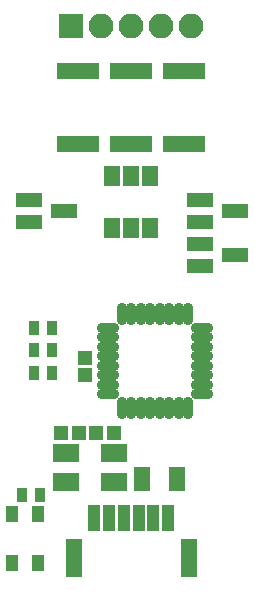
<source format=gts>
G04 #@! TF.FileFunction,Soldermask,Top*
%FSLAX46Y46*%
G04 Gerber Fmt 4.6, Leading zero omitted, Abs format (unit mm)*
G04 Created by KiCad (PCBNEW 4.0.7) date 07/18/18 10:51:39*
%MOMM*%
%LPD*%
G01*
G04 APERTURE LIST*
%ADD10C,0.100000*%
%ADD11R,1.000000X2.200000*%
%ADD12R,1.400000X3.200000*%
%ADD13O,1.900000X0.900000*%
%ADD14O,0.900000X1.900000*%
%ADD15R,1.400000X2.000000*%
%ADD16R,1.150000X1.200000*%
%ADD17R,2.100000X2.100000*%
%ADD18O,2.100000X2.100000*%
%ADD19R,0.900000X1.300000*%
%ADD20R,1.050000X1.450000*%
%ADD21R,1.200000X1.150000*%
%ADD22R,2.200000X1.600000*%
%ADD23R,2.300000X1.200000*%
%ADD24R,3.600000X1.400000*%
%ADD25R,1.400000X1.700000*%
G04 APERTURE END LIST*
D10*
D11*
X146875000Y-118825000D03*
X148125000Y-118825000D03*
X149375000Y-118825000D03*
X150625000Y-118825000D03*
X151875000Y-118825000D03*
X153125000Y-118825000D03*
D12*
X154850000Y-122175000D03*
X145150000Y-122175000D03*
D13*
X148000000Y-102700000D03*
X148000000Y-103500000D03*
X148000000Y-104300000D03*
X148000000Y-105100000D03*
X148000000Y-105900000D03*
X148000000Y-106700000D03*
X148000000Y-107500000D03*
X148000000Y-108300000D03*
D14*
X149200000Y-109500000D03*
X150000000Y-109500000D03*
X150800000Y-109500000D03*
X151600000Y-109500000D03*
X152400000Y-109500000D03*
X153200000Y-109500000D03*
X154000000Y-109500000D03*
X154800000Y-109500000D03*
D13*
X156000000Y-108300000D03*
X156000000Y-107500000D03*
X156000000Y-106700000D03*
X156000000Y-105900000D03*
X156000000Y-105100000D03*
X156000000Y-104300000D03*
X156000000Y-103500000D03*
X156000000Y-102700000D03*
D14*
X154800000Y-101500000D03*
X154000000Y-101500000D03*
X153200000Y-101500000D03*
X152400000Y-101500000D03*
X151600000Y-101500000D03*
X150800000Y-101500000D03*
X150000000Y-101500000D03*
X149200000Y-101500000D03*
D15*
X150900000Y-115500000D03*
X153900000Y-115500000D03*
D16*
X146100000Y-106700000D03*
X146100000Y-105200000D03*
D17*
X144920000Y-77140000D03*
D18*
X147460000Y-77140000D03*
X150000000Y-77140000D03*
X152540000Y-77140000D03*
X155080000Y-77140000D03*
D19*
X142250000Y-116800000D03*
X140750000Y-116800000D03*
D20*
X139925000Y-122575000D03*
X142075000Y-122575000D03*
X142075000Y-118425000D03*
X139925000Y-118425000D03*
D21*
X147050000Y-111600000D03*
X148550000Y-111600000D03*
X145550000Y-111600000D03*
X144050000Y-111600000D03*
D22*
X148500000Y-113300000D03*
X144500000Y-113300000D03*
X144500000Y-115700000D03*
X148500000Y-115700000D03*
D23*
X155800000Y-95550000D03*
X155800000Y-97450000D03*
X158800000Y-96500000D03*
X155800000Y-91850000D03*
X155800000Y-93750000D03*
X158800000Y-92800000D03*
X141300000Y-91850000D03*
X141300000Y-93750000D03*
X144300000Y-92800000D03*
D19*
X141750000Y-104600000D03*
X143250000Y-104600000D03*
X141750000Y-106500000D03*
X143250000Y-106500000D03*
X141750000Y-102700000D03*
X143250000Y-102700000D03*
D24*
X154500000Y-87100000D03*
X154500000Y-80900000D03*
X150000000Y-87100000D03*
X150000000Y-80900000D03*
X145500000Y-87100000D03*
X145500000Y-80900000D03*
D25*
X150000000Y-94200000D03*
X148400000Y-94200000D03*
X151600000Y-94200000D03*
X151600000Y-89800000D03*
X150000000Y-89800000D03*
X148400000Y-89800000D03*
M02*

</source>
